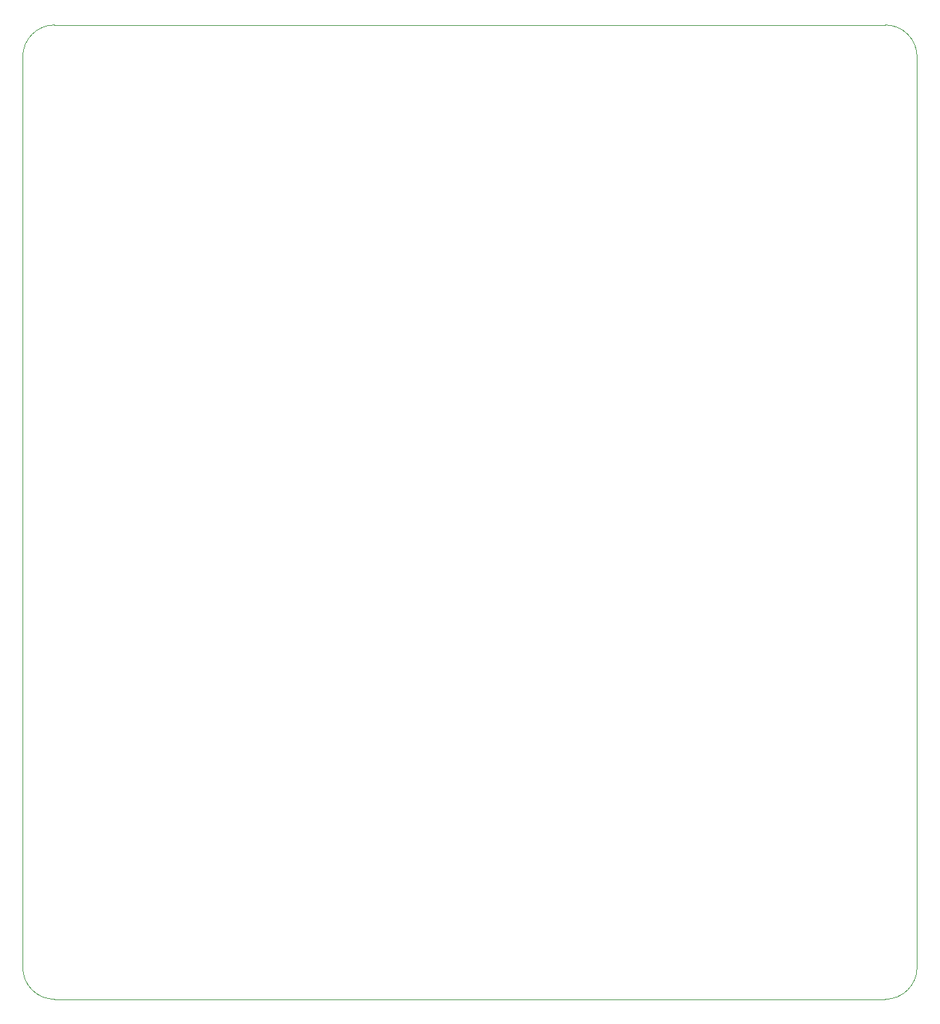
<source format=gm1>
G04 #@! TF.GenerationSoftware,KiCad,Pcbnew,(6.0.8)*
G04 #@! TF.CreationDate,2022-10-20T17:13:59-05:00*
G04 #@! TF.ProjectId,2022Rev3,32303232-5265-4763-932e-6b696361645f,rev?*
G04 #@! TF.SameCoordinates,Original*
G04 #@! TF.FileFunction,Profile,NP*
%FSLAX46Y46*%
G04 Gerber Fmt 4.6, Leading zero omitted, Abs format (unit mm)*
G04 Created by KiCad (PCBNEW (6.0.8)) date 2022-10-20 17:13:59*
%MOMM*%
%LPD*%
G01*
G04 APERTURE LIST*
G04 #@! TA.AperFunction,Profile*
%ADD10C,0.100000*%
G04 #@! TD*
G04 APERTURE END LIST*
D10*
X255524000Y-45720000D02*
G75*
G03*
X251460000Y-41656000I-4064000J0D01*
G01*
X141224000Y-162052000D02*
G75*
G03*
X145288000Y-166116000I4064000J0D01*
G01*
X145288000Y-41656000D02*
G75*
G03*
X141224000Y-45720000I0J-4064000D01*
G01*
X141224000Y-45720000D02*
X141224000Y-162052000D01*
X145288000Y-166116000D02*
X251460000Y-166116000D01*
X251460000Y-166116000D02*
G75*
G03*
X255524000Y-162052000I0J4064000D01*
G01*
X255524000Y-45720000D02*
X255524000Y-162052000D01*
X145288000Y-41656000D02*
X251460000Y-41656000D01*
M02*

</source>
